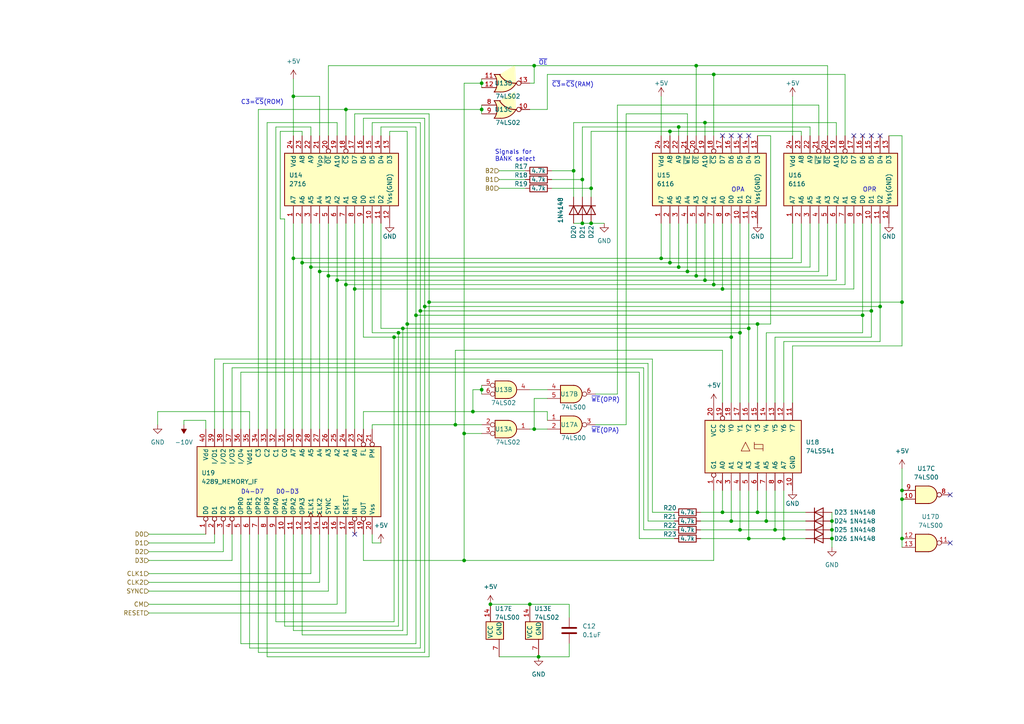
<source format=kicad_sch>
(kicad_sch (version 20211123) (generator eeschema)
  (paper "A4")
  (lib_symbols
    (symbol "000_MyLibrary:2716"
      (property "Reference" "U" (at -6.35 24.13 0))
      (property "Value" "2716" (at 2.54 24.13 0))
      (symbol "2716_1_1"
        (pin input line (at -12.7 20.32 0) (length 5.08) (name "A7") (number "1"))
        (pin tri_state line (at -12.7 -2.54 0) (length 5.08) (name "D1") (number "10"))
        (pin tri_state line (at -12.7 -5.08 0) (length 5.08) (name "D2") (number "11"))
        (pin power_in line (at -12.7 -7.62 0) (length 5.08) (name "Vss(GND)") (number "12"))
        (pin tri_state line (at 12.7 -7.62 180) (length 5.08) (name "D3") (number "13"))
        (pin tri_state line (at 12.7 -5.08 180) (length 5.08) (name "D4") (number "14"))
        (pin tri_state line (at 12.7 -2.54 180) (length 5.08) (name "D5") (number "15"))
        (pin tri_state line (at 12.7 0 180) (length 5.08) (name "D6") (number "16"))
        (pin tri_state line (at 12.7 2.54 180) (length 5.08) (name "D7") (number "17"))
        (pin input inverted (at 12.7 5.08 180) (length 5.08) (name "~{CS}") (number "18"))
        (pin input line (at 12.7 7.62 180) (length 5.08) (name "A10") (number "19"))
        (pin input line (at -12.7 17.78 0) (length 5.08) (name "A6") (number "2"))
        (pin input inverted (at 12.7 10.16 180) (length 5.08) (name "~{OE}") (number "20"))
        (pin power_in line (at 12.7 12.7 180) (length 5.08) (name "Vpp") (number "21"))
        (pin input line (at 12.7 15.24 180) (length 5.08) (name "A9") (number "22"))
        (pin input line (at 12.7 17.78 180) (length 5.08) (name "A8") (number "23"))
        (pin power_in line (at 12.7 20.32 180) (length 5.08) (name "Vdd") (number "24"))
        (pin input line (at -12.7 15.24 0) (length 5.08) (name "A5") (number "3"))
        (pin input line (at -12.7 12.7 0) (length 5.08) (name "A4") (number "4"))
        (pin input line (at -12.7 10.16 0) (length 5.08) (name "A3") (number "5"))
        (pin input line (at -12.7 7.62 0) (length 5.08) (name "A2") (number "6"))
        (pin input line (at -12.7 5.08 0) (length 5.08) (name "A1") (number "7"))
        (pin input line (at -12.7 2.54 0) (length 5.08) (name "A0") (number "8"))
        (pin tri_state line (at -12.7 0 0) (length 5.08) (name "D0") (number "9"))
      )
    )
    (symbol "000_MyLibrary:4289_MEMORY_IF"
      (property "Reference" "U" (at -7.62 30.48 0))
      (property "Value" "4289_MEMORY_IF" (at 7.62 27.94 0))
      (symbol "4289_MEMORY_IF_1_1"
        (pin bidirectional inverted (at -15.24 24.13 0) (length 5.08) (name "D0") (number "1"))
        (pin input line (at -15.24 1.27 0) (length 5.08) (name "OPA1") (number "10"))
        (pin input line (at -15.24 -1.27 0) (length 5.08) (name "OPA2") (number "11"))
        (pin input line (at -15.24 -3.81 0) (length 5.08) (name "OPA3") (number "12"))
        (pin input clock (at -15.24 -6.35 0) (length 5.08) (name "CLK1") (number "13"))
        (pin input clock (at -15.24 -8.89 0) (length 5.08) (name "CLK2") (number "14"))
        (pin input line (at -15.24 -11.43 0) (length 5.08) (name "SYNC") (number "15"))
        (pin input line (at -15.24 -13.97 0) (length 5.08) (name "CM") (number "16"))
        (pin input line (at -15.24 -16.51 0) (length 5.08) (name "RESET") (number "17"))
        (pin output inverted (at -15.24 -19.05 0) (length 5.08) (name "IN") (number "18"))
        (pin output inverted (at -15.24 -21.59 0) (length 5.08) (name "OUT") (number "19"))
        (pin bidirectional inverted (at -15.24 21.59 0) (length 5.08) (name "D1") (number "2"))
        (pin power_in line (at -15.24 -24.13 0) (length 5.08) (name "Vss") (number "20"))
        (pin output inverted (at 15.24 -24.13 180) (length 5.08) (name "PM") (number "21"))
        (pin output inverted (at 15.24 -21.59 180) (length 5.08) (name "FL") (number "22"))
        (pin output line (at 15.24 -19.05 180) (length 5.08) (name "A0") (number "23"))
        (pin output line (at 15.24 -16.51 180) (length 5.08) (name "A1") (number "24"))
        (pin output line (at 15.24 -13.97 180) (length 5.08) (name "A2") (number "25"))
        (pin output line (at 15.24 -11.43 180) (length 5.08) (name "A3") (number "26"))
        (pin output line (at 15.24 -8.89 180) (length 5.08) (name "A4") (number "27"))
        (pin output line (at 15.24 -6.35 180) (length 5.08) (name "A5") (number "28"))
        (pin output line (at 15.24 -3.81 180) (length 5.08) (name "A6") (number "29"))
        (pin bidirectional inverted (at -15.24 19.05 0) (length 5.08) (name "D2") (number "3"))
        (pin output line (at 15.24 -1.27 180) (length 5.08) (name "A7") (number "30"))
        (pin output line (at 15.24 1.27 180) (length 5.08) (name "C0") (number "31"))
        (pin output line (at 15.24 3.81 180) (length 5.08) (name "C1") (number "32"))
        (pin output line (at 15.24 6.35 180) (length 5.08) (name "C2") (number "33"))
        (pin output line (at 15.24 8.89 180) (length 5.08) (name "C3") (number "34"))
        (pin power_in line (at 15.24 11.43 180) (length 5.08) (name "Vdd1") (number "35"))
        (pin bidirectional line (at 15.24 13.97 180) (length 5.08) (name "I/O4") (number "36"))
        (pin bidirectional line (at 15.24 16.51 180) (length 5.08) (name "I/O3") (number "37"))
        (pin bidirectional line (at 15.24 19.05 180) (length 5.08) (name "I/O2") (number "38"))
        (pin bidirectional line (at 15.24 21.59 180) (length 5.08) (name "I/O1") (number "39"))
        (pin bidirectional inverted (at -15.24 16.51 0) (length 5.08) (name "D3") (number "4"))
        (pin power_in line (at 15.24 24.13 180) (length 5.08) (name "Vdd") (number "40"))
        (pin input line (at -15.24 13.97 0) (length 5.08) (name "OPR0") (number "5"))
        (pin input line (at -15.24 11.43 0) (length 5.08) (name "OPR1") (number "6"))
        (pin input line (at -15.24 8.89 0) (length 5.08) (name "OPR2") (number "7"))
        (pin input line (at -15.24 6.35 0) (length 5.08) (name "OPR3") (number "8"))
        (pin input line (at -15.24 3.81 0) (length 5.08) (name "OPA0") (number "9"))
      )
    )
    (symbol "000_MyLibrary:6116"
      (property "Reference" "U" (at -6.35 24.13 0))
      (property "Value" "6116" (at 2.54 24.13 0))
      (symbol "6116_1_1"
        (pin input line (at -12.7 20.32 0) (length 5.08) (name "A7") (number "1"))
        (pin tri_state line (at -12.7 -2.54 0) (length 5.08) (name "D1") (number "10"))
        (pin tri_state line (at -12.7 -5.08 0) (length 5.08) (name "D2") (number "11"))
        (pin power_in line (at -12.7 -7.62 0) (length 5.08) (name "Vss(GND)") (number "12"))
        (pin tri_state line (at 12.7 -7.62 180) (length 5.08) (name "D3") (number "13"))
        (pin tri_state line (at 12.7 -5.08 180) (length 5.08) (name "D4") (number "14"))
        (pin tri_state line (at 12.7 -2.54 180) (length 5.08) (name "D5") (number "15"))
        (pin tri_state line (at 12.7 0 180) (length 5.08) (name "D6") (number "16"))
        (pin tri_state line (at 12.7 2.54 180) (length 5.08) (name "D7") (number "17"))
        (pin input inverted (at 12.7 5.08 180) (length 5.08) (name "~{CS}") (number "18"))
        (pin input line (at 12.7 7.62 180) (length 5.08) (name "A10") (number "19"))
        (pin input line (at -12.7 17.78 0) (length 5.08) (name "A6") (number "2"))
        (pin input inverted (at 12.7 10.16 180) (length 5.08) (name "~{OE}") (number "20"))
        (pin input inverted (at 12.7 12.7 180) (length 5.08) (name "~{WE}") (number "21"))
        (pin input line (at 12.7 15.24 180) (length 5.08) (name "A9") (number "22"))
        (pin input line (at 12.7 17.78 180) (length 5.08) (name "A8") (number "23"))
        (pin power_in line (at 12.7 20.32 180) (length 5.08) (name "Vdd") (number "24"))
        (pin input line (at -12.7 15.24 0) (length 5.08) (name "A5") (number "3"))
        (pin input line (at -12.7 12.7 0) (length 5.08) (name "A4") (number "4"))
        (pin input line (at -12.7 10.16 0) (length 5.08) (name "A3") (number "5"))
        (pin input line (at -12.7 7.62 0) (length 5.08) (name "A2") (number "6"))
        (pin input line (at -12.7 5.08 0) (length 5.08) (name "A1") (number "7"))
        (pin input line (at -12.7 2.54 0) (length 5.08) (name "A0") (number "8"))
        (pin tri_state line (at -12.7 0 0) (length 5.08) (name "D0") (number "9"))
      )
    )
    (symbol "000_MyLibrary:74LS00" (pin_names (offset 1.016))
      (property "Reference" "U" (at -1.27 6.35 0))
      (property "Value" "74LS00" (at 1.27 3.81 0))
      (symbol "74LS00_1_1"
        (pin input line (at -7.62 1.27 0) (length 3.81) (name "~") (number "1"))
        (pin input line (at -7.62 -1.27 0) (length 3.81) (name "~") (number "2"))
        (pin output inverted (at 6.35 0 180) (length 3.81) (name "~") (number "3"))
      )
      (symbol "74LS00_1_2"
        (pin input inverted (at -7.62 1.27 0) (length 4.318) (name "~") (number "1"))
        (pin input inverted (at -7.62 -1.27 0) (length 4.318) (name "~") (number "2"))
        (pin output line (at 6.35 0 180) (length 3.81) (name "~") (number "3"))
      )
      (symbol "74LS00_2_1"
        (pin input line (at -7.62 1.27 0) (length 3.81) (name "~") (number "4"))
        (pin input line (at -7.62 -1.27 0) (length 3.81) (name "~") (number "5"))
        (pin output inverted (at 6.35 0 180) (length 3.81) (name "~") (number "6"))
      )
      (symbol "74LS00_2_2"
        (pin input inverted (at -7.62 1.27 0) (length 4.318) (name "~") (number "4"))
        (pin input inverted (at -7.62 -1.27 0) (length 4.318) (name "~") (number "5"))
        (pin output line (at 6.35 0 180) (length 3.81) (name "~") (number "6"))
      )
      (symbol "74LS00_3_1"
        (pin input line (at -7.62 -1.27 0) (length 3.81) (name "~") (number "10"))
        (pin output inverted (at 6.35 0 180) (length 3.81) (name "~") (number "8"))
        (pin input line (at -7.62 1.27 0) (length 3.81) (name "~") (number "9"))
      )
      (symbol "74LS00_3_2"
        (pin input inverted (at -7.62 -1.27 0) (length 4.318) (name "~") (number "10"))
        (pin output line (at 6.35 0 180) (length 3.81) (name "~") (number "8"))
        (pin input inverted (at -7.62 1.27 0) (length 4.318) (name "~") (number "9"))
      )
      (symbol "74LS00_4_1"
        (pin output inverted (at 6.35 0 180) (length 3.81) (name "~") (number "11"))
        (pin input line (at -7.62 1.27 0) (length 3.81) (name "~") (number "12"))
        (pin input line (at -7.62 -1.27 0) (length 3.81) (name "~") (number "13"))
      )
      (symbol "74LS00_4_2"
        (pin output line (at 6.35 0 180) (length 3.81) (name "~") (number "11"))
        (pin input inverted (at -7.62 1.27 0) (length 4.318) (name "~") (number "12"))
        (pin input inverted (at -7.62 -1.27 0) (length 4.318) (name "~") (number "13"))
      )
      (symbol "74LS00_5_0"
        (pin power_in line (at -1.27 7.62 270) (length 5.08) (name "VCC") (number "14"))
        (pin power_in line (at 1.27 -7.62 90) (length 5.08) (name "GND") (number "7"))
      )
    )
    (symbol "000_MyLibrary:74LS02" (pin_names (offset 1.016))
      (property "Reference" "U" (at 0 6.35 0))
      (property "Value" "74LS02" (at 2.54 3.81 0))
      (symbol "74LS02_1_1"
        (pin output inverted (at 6.35 0 180) (length 3.81) (name "~") (number "1"))
        (pin input line (at -7.62 1.27 0) (length 4.318) (name "~") (number "2"))
        (pin input line (at -7.62 -1.27 0) (length 4.318) (name "~") (number "3"))
      )
      (symbol "74LS02_1_2"
        (pin output line (at 6.35 0 180) (length 3.81) (name "~") (number "1"))
        (pin input inverted (at -7.62 1.27 0) (length 3.81) (name "~") (number "2"))
        (pin input inverted (at -7.62 -1.27 0) (length 3.81) (name "~") (number "3"))
      )
      (symbol "74LS02_2_1"
        (pin output inverted (at 6.35 0 180) (length 3.81) (name "~") (number "4"))
        (pin input line (at -7.62 1.27 0) (length 4.318) (name "~") (number "5"))
        (pin input line (at -7.62 -1.27 0) (length 4.318) (name "~") (number "6"))
      )
      (symbol "74LS02_2_2"
        (pin output line (at 6.35 0 180) (length 3.81) (name "~") (number "4"))
        (pin input inverted (at -7.62 1.27 0) (length 3.81) (name "~") (number "5"))
        (pin input inverted (at -7.62 -1.27 0) (length 3.81) (name "~") (number "6"))
      )
      (symbol "74LS02_3_1"
        (pin output inverted (at 6.35 0 180) (length 3.81) (name "~") (number "10"))
        (pin input line (at -7.62 1.27 0) (length 4.318) (name "~") (number "8"))
        (pin input line (at -7.62 -1.27 0) (length 4.318) (name "~") (number "9"))
      )
      (symbol "74LS02_3_2"
        (pin output line (at 6.35 0 180) (length 3.81) (name "~") (number "10"))
        (pin input inverted (at -7.62 1.27 0) (length 3.81) (name "~") (number "8"))
        (pin input inverted (at -7.62 -1.27 0) (length 3.81) (name "~") (number "9"))
      )
      (symbol "74LS02_4_1"
        (pin input line (at -7.62 1.27 0) (length 4.318) (name "~") (number "11"))
        (pin input line (at -7.62 -1.27 0) (length 4.318) (name "~") (number "12"))
        (pin output inverted (at 6.35 0 180) (length 3.81) (name "~") (number "13"))
      )
      (symbol "74LS02_4_2"
        (pin input inverted (at -7.62 1.27 0) (length 3.81) (name "~") (number "11"))
        (pin input inverted (at -7.62 -1.27 0) (length 3.81) (name "~") (number "12"))
        (pin output line (at 6.35 0 180) (length 3.81) (name "~") (number "13"))
      )
      (symbol "74LS02_5_0"
        (pin power_in line (at -1.27 7.62 270) (length 5.08) (name "VCC") (number "14"))
        (pin power_in line (at 1.27 -7.62 90) (length 5.08) (name "GND") (number "7"))
      )
    )
    (symbol "000_MyLibrary:74LS541" (pin_names (offset 1.016))
      (property "Reference" "U" (at -7.62 15.24 0))
      (property "Value" "74LS541" (at 3.81 15.24 0))
      (symbol "74LS541_1_0"
        (pin input inverted (at -12.7 11.43 0) (length 5.08) (name "G1") (number "1"))
        (pin power_in line (at -12.7 -11.43 0) (length 5.08) (name "GND") (number "10"))
        (pin tri_state line (at 12.7 -11.43 180) (length 5.08) (name "Y7") (number "11"))
        (pin tri_state line (at 12.7 -8.89 180) (length 5.08) (name "Y6") (number "12"))
        (pin tri_state line (at 12.7 -6.35 180) (length 5.08) (name "Y5") (number "13"))
        (pin tri_state line (at 12.7 -3.81 180) (length 5.08) (name "Y4") (number "14"))
        (pin tri_state line (at 12.7 -1.27 180) (length 5.08) (name "Y3") (number "15"))
        (pin tri_state line (at 12.7 1.27 180) (length 5.08) (name "Y2") (number "16"))
        (pin tri_state line (at 12.7 3.81 180) (length 5.08) (name "Y1") (number "17"))
        (pin tri_state line (at 12.7 6.35 180) (length 5.08) (name "Y0") (number "18"))
        (pin input inverted (at 12.7 8.89 180) (length 5.08) (name "G2") (number "19"))
        (pin input line (at -12.7 8.89 0) (length 5.08) (name "A0") (number "2"))
        (pin power_in line (at 12.7 11.43 180) (length 5.08) (name "VCC") (number "20"))
        (pin input line (at -12.7 6.35 0) (length 5.08) (name "A1") (number "3"))
        (pin input line (at -12.7 3.81 0) (length 5.08) (name "A2") (number "4"))
        (pin input line (at -12.7 1.27 0) (length 5.08) (name "A3") (number "5"))
        (pin input line (at -12.7 -1.27 0) (length 5.08) (name "A4") (number "6"))
        (pin input line (at -12.7 -3.81 0) (length 5.08) (name "A5") (number "7"))
        (pin input line (at -12.7 -6.35 0) (length 5.08) (name "A6") (number "8"))
        (pin input line (at -12.7 -8.89 0) (length 5.08) (name "A7") (number "9"))
      )
    )
    (symbol "000_MyLibrary:C" (pin_numbers hide) (pin_names (offset 0.254))
      (property "Reference" "C" (at 0.635 2.54 0))
      (property "Value" "C" (at 0.635 -2.54 0))
      (symbol "C_1_1"
        (pin passive line (at 0 3.81 270) (length 2.794) (name "~") (number "1"))
        (pin passive line (at 0 -3.81 90) (length 2.794) (name "~") (number "2"))
      )
    )
    (symbol "000_MyLibrary:R" (pin_numbers hide) (pin_names (offset 0))
      (property "Reference" "R" (at 2.032 0 90))
      (property "Value" "R" (at 0 0 90))
      (symbol "R_1_1"
        (pin passive line (at 0 3.81 270) (length 1.27) (name "~") (number "1"))
        (pin passive line (at 0 -3.81 90) (length 1.27) (name "~") (number "2"))
      )
    )
    (symbol "74LS00_1" (pin_names (offset 1.016))
      (property "Reference" "U" (at -1.27 6.35 0))
      (property "Value" "74LS00_1" (at 1.27 3.81 0))
      (symbol "74LS00_1_1_1"
        (pin input line (at -7.62 1.27 0) (length 3.81) (name "~") (number "1"))
        (pin input line (at -7.62 -1.27 0) (length 3.81) (name "~") (number "2"))
        (pin output inverted (at 6.35 0 180) (length 3.81) (name "~") (number "3"))
      )
      (symbol "74LS00_1_1_2"
        (pin input inverted (at -7.62 1.27 0) (length 4.318) (name "~") (number "1"))
        (pin input inverted (at -7.62 -1.27 0) (length 4.318) (name "~") (number "2"))
        (pin output line (at 6.35 0 180) (length 3.81) (name "~") (number "3"))
      )
      (symbol "74LS00_1_2_1"
        (pin input line (at -7.62 1.27 0) (length 3.81) (name "~") (number "4"))
        (pin input line (at -7.62 -1.27 0) (length 3.81) (name "~") (number "5"))
        (pin output inverted (at 6.35 0 180) (length 3.81) (name "~") (number "6"))
      )
      (symbol "74LS00_1_2_2"
        (pin input inverted (at -7.62 1.27 0) (length 4.318) (name "~") (number "4"))
        (pin input inverted (at -7.62 -1.27 0) (length 4.318) (name "~") (number "5"))
        (pin output line (at 6.35 0 180) (length 3.81) (name "~") (number "6"))
      )
      (symbol "74LS00_1_3_1"
        (pin input line (at -7.62 -1.27 0) (length 3.81) (name "~") (number "10"))
        (pin output inverted (at 6.35 0 180) (length 3.81) (name "~") (number "8"))
        (pin input line (at -7.62 1.27 0) (length 3.81) (name "~") (number "9"))
      )
      (symbol "74LS00_1_3_2"
        (pin input inverted (at -7.62 -1.27 0) (length 4.318) (name "~") (number "10"))
        (pin output line (at 6.35 0 180) (length 3.81) (name "~") (number "8"))
        (pin input inverted (at -7.62 1.27 0) (length 4.318) (name "~") (number "9"))
      )
      (symbol "74LS00_1_4_1"
        (pin output inverted (at 6.35 0 180) (length 3.81) (name "~") (number "11"))
        (pin input line (at -7.62 1.27 0) (length 3.81) (name "~") (number "12"))
        (pin input line (at -7.62 -1.27 0) (length 3.81) (name "~") (number "13"))
      )
      (symbol "74LS00_1_4_2"
        (pin output line (at 6.35 0 180) (length 3.81) (name "~") (number "11"))
        (pin input inverted (at -7.62 1.27 0) (length 4.318) (name "~") (number "12"))
        (pin input inverted (at -7.62 -1.27 0) (length 4.318) (name "~") (number "13"))
      )
      (symbol "74LS00_1_5_0"
        (pin power_in line (at -1.27 7.62 270) (length 5.08) (name "VCC") (number "14"))
        (pin power_in line (at 1.27 -7.62 90) (length 5.08) (name "GND") (number "7"))
      )
    )
    (symbol "74LS00_2" (pin_names (offset 1.016))
      (property "Reference" "U" (at -1.27 6.35 0))
      (property "Value" "74LS00_2" (at 1.27 3.81 0))
      (symbol "74LS00_2_1_1"
        (pin input line (at -7.62 1.27 0) (length 3.81) (name "~") (number "1"))
        (pin input line (at -7.62 -1.27 0) (length 3.81) (name "~") (number "2"))
        (pin output inverted (at 6.35 0 180) (length 3.81) (name "~") (number "3"))
      )
      (symbol "74LS00_2_1_2"
        (pin input inverted (at -7.62 1.27 0) (length 4.318) (name "~") (number "1"))
        (pin input inverted (at -7.62 -1.27 0) (length 4.318) (name "~") (number "2"))
        (pin output line (at 6.35 0 180) (length 3.81) (name "~") (number "3"))
      )
      (symbol "74LS00_2_2_1"
        (pin input line (at -7.62 1.27 0) (length 3.81) (name "~") (number "4"))
        (pin input line (at -7.62 -1.27 0) (length 3.81) (name "~") (number "5"))
        (pin output inverted (at 6.35 0 180) (length 3.81) (name "~") (number "6"))
      )
      (symbol "74LS00_2_2_2"
        (pin input inverted (at -7.62 1.27 0) (length 4.318) (name "~") (number "4"))
        (pin input inverted (at -7.62 -1.27 0) (length 4.318) (name "~") (number "5"))
        (pin output line (at 6.35 0 180) (length 3.81) (name "~") (number "6"))
      )
      (symbol "74LS00_2_3_1"
        (pin input line (at -7.62 -1.27 0) (length 3.81) (name "~") (number "10"))
        (pin output inverted (at 6.35 0 180) (length 3.81) (name "~") (number "8"))
        (pin input line (at -7.62 1.27 0) (length 3.81) (name "~") (number "9"))
      )
      (symbol "74LS00_2_3_2"
        (pin input inverted (at -7.62 -1.27 0) (length 4.318) (name "~") (number "10"))
        (pin output line (at 6.35 0 180) (length 3.81) (name "~") (number "8"))
        (pin input inverted (at -7.62 1.27 0) (length 4.318) (name "~") (number "9"))
      )
      (symbol "74LS00_2_4_1"
        (pin output inverted (at 6.35 0 180) (length 3.81) (name "~") (number "11"))
        (pin input line (at -7.62 1.27 0) (length 3.81) (name "~") (number "12"))
        (pin input line (at -7.62 -1.27 0) (length 3.81) (name "~") (number "13"))
      )
      (symbol "74LS00_2_4_2"
        (pin output line (at 6.35 0 180) (length 3.81) (name "~") (number "11"))
        (pin input inverted (at -7.62 1.27 0) (length 4.318) (name "~") (number "12"))
        (pin input inverted (at -7.62 -1.27 0) (length 4.318) (name "~") (number "13"))
      )
      (symbol "74LS00_2_5_0"
        (pin power_in line (at -1.27 7.62 270) (length 5.08) (name "VCC") (number "14"))
        (pin power_in line (at 1.27 -7.62 90) (length 5.08) (name "GND") (number "7"))
      )
    )
    (symbol "74LS00_3" (pin_names (offset 1.016))
      (property "Reference" "U" (at -1.27 6.35 0))
      (property "Value" "74LS00_3" (at 1.27 3.81 0))
      (symbol "74LS00_3_1_1"
        (pin input line (at -7.62 1.27 0) (length 3.81) (name "~") (number "1"))
        (pin input line (at -7.62 -1.27 0) (length 3.81) (name "~") (number "2"))
        (pin output inverted (at 6.35 0 180) (length 3.81) (name "~") (number "3"))
      )
      (symbol "74LS00_3_1_2"
        (pin input inverted (at -7.62 1.27 0) (length 4.318) (name "~") (number "1"))
        (pin input inverted (at -7.62 -1.27 0) (length 4.318) (name "~") (number "2"))
        (pin output line (at 6.35 0 180) (length 3.81) (name "~") (number "3"))
      )
      (symbol "74LS00_3_2_1"
        (pin input line (at -7.62 1.27 0) (length 3.81) (name "~") (number "4"))
        (pin input line (at -7.62 -1.27 0) (length 3.81) (name "~") (number "5"))
        (pin output inverted (at 6.35 0 180) (length 3.81) (name "~") (number "6"))
      )
      (symbol "74LS00_3_2_2"
        (pin input inverted (at -7.62 1.27 0) (length 4.318) (name "~") (number "4"))
        (pin input inverted (at -7.62 -1.27 0) (length 4.318) (name "~") (number "5"))
        (pin output line (at 6.35 0 180) (length 3.81) (name "~") (number "6"))
      )
      (symbol "74LS00_3_3_1"
        (pin input line (at -7.62 -1.27 0) (length 3.81) (name "~") (number "10"))
        (pin output inverted (at 6.35 0 180) (length 3.81) (name "~") (number "8"))
        (pin input line (at -7.62 1.27 0) (length 3.81) (name "~") (number "9"))
      )
      (symbol "74LS00_3_3_2"
        (pin input inverted (at -7.62 -1.27 0) (length 4.318) (name "~") (number "10"))
        (pin output line (at 6.35 0 180) (length 3.81) (name "~") (number "8"))
        (pin input inverted (at -7.62 1.27 0) (length 4.318) (name "~") (number "9"))
      )
      (symbol "74LS00_3_4_1"
        (pin output inverted (at 6.35 0 180) (length 3.81) (name "~") (number "11"))
        (pin input line (at -7.62 1.27 0) (length 3.81) (name "~") (number "12"))
        (pin input line (at -7.62 -1.27 0) (length 3.81) (name "~") (number "13"))
      )
      (symbol "74LS00_3_4_2"
        (pin output line (at 6.35 0 180) (length 3.81) (name "~") (number "11"))
        (pin input inverted (at -7.62 1.27 0) (length 4.318) (name "~") (number "12"))
        (pin input inverted (at -7.62 -1.27 0) (length 4.318) (name "~") (number "13"))
      )
      (symbol "74LS00_3_5_0"
        (pin power_in line (at -1.27 7.62 270) (length 5.08) (name "VCC") (number "14"))
        (pin power_in line (at 1.27 -7.62 90) (length 5.08) (name "GND") (number "7"))
      )
    )
    (symbol "74LS00_4" (pin_names (offset 1.016))
      (property "Reference" "U" (at -1.27 6.35 0))
      (property "Value" "74LS00_4" (at 1.27 3.81 0))
      (symbol "74LS00_4_1_1"
        (pin input line (at -7.62 1.27 0) (length 3.81) (name "~") (number "1"))
        (pin input line (at -7.62 -1.27 0) (length 3.81) (name "~") (number "2"))
        (pin output inverted (at 6.35 0 180) (length 3.81) (name "~") (number "3"))
      )
      (symbol "74LS00_4_1_2"
        (pin input inverted (at -7.62 1.27 0) (length 4.318) (name "~") (number "1"))
        (pin input inverted (at -7.62 -1.27 0) (length 4.318) (name "~") (number "2"))
        (pin output line (at 6.35 0 180) (length 3.81) (name "~") (number "3"))
      )
      (symbol "74LS00_4_2_1"
        (pin input line (at -7.62 1.27 0) (length 3.81) (name "~") (number "4"))
        (pin input line (at -7.62 -1.27 0) (length 3.81) (name "~") (number "5"))
        (pin output inverted (at 6.35 0 180) (length 3.81) (name "~") (number "6"))
      )
      (symbol "74LS00_4_2_2"
        (pin input inverted (at -7.62 1.27 0) (length 4.318) (name "~") (number "4"))
        (pin input inverted (at -7.62 -1.27 0) (length 4.318) (name "~") (number "5"))
        (pin output line (at 6.35 0 180) (length 3.81) (name "~") (number "6"))
      )
      (symbol "74LS00_4_3_1"
        (pin input line (at -7.62 -1.27 0) (length 3.81) (name "~") (number "10"))
        (pin output inverted (at 6.35 0 180) (length 3.81) (name "~") (number "8"))
        (pin input line (at -7.62 1.27 0) (length 3.81) (name "~") (number "9"))
      )
      (symbol "74LS00_4_3_2"
        (pin input inverted (at -7.62 -1.27 0) (length 4.318) (name "~") (number "10"))
        (pin output line (at 6.35 0 180) (length 3.81) (name "~") (number "8"))
        (pin input inverted (at -7.62 1.27 0) (length 4.318) (name "~") (number "9"))
      )
      (symbol "74LS00_4_4_1"
        (pin output inverted (at 6.35 0 180) (length 3.81) (name "~") (number "11"))
        (pin input line (at -7.62 1.27 0) (length 3.81) (name "~") (number "12"))
        (pin input line (at -7.62 -1.27 0) (length 3.81) (name "~") (number "13"))
      )
      (symbol "74LS00_4_4_2"
        (pin output line (at 6.35 0 180) (length 3.81) (name "~") (number "11"))
        (pin input inverted (at -7.62 1.27 0) (length 4.318) (name "~") (number "12"))
        (pin input inverted (at -7.62 -1.27 0) (length 4.318) (name "~") (number "13"))
      )
      (symbol "74LS00_4_5_0"
        (pin power_in line (at -1.27 7.62 270) (length 5.08) (name "VCC") (number "14"))
        (pin power_in line (at 1.27 -7.62 90) (length 5.08) (name "GND") (number "7"))
      )
    )
    (symbol "Diode:1N4148" (pin_numbers hide) (pin_names hide)
      (property "Reference" "D" (at 0 2.54 0))
      (property "Value" "1N4148" (at 0 -2.54 0))
      (symbol "1N4148_1_1"
        (pin passive line (at -3.81 0 0) (length 2.54) (name "K") (number "1"))
        (pin passive line (at 3.81 0 180) (length 2.54) (name "A") (number "2"))
      )
    )
    (symbol "power:+5V" (power) (pin_names (offset 0))
      (property "Value" "+5V" (at 0 3.556 0))
      (symbol "+5V_1_1"
        (pin power_in line (at 0 0 90) (length 0) hide (name "+5V") (number "1"))
      )
    )
    (symbol "power:-10V" (power) (pin_names (offset 0))
      (property "Value" "-10V" (at 0 3.81 0))
      (symbol "-10V_0_0"
        (pin power_in line (at 0 0 90) (length 0) hide (name "-10V") (number "1"))
      )
    )
    (symbol "power:GND" (power) (pin_names (offset 0))
      (property "Value" "GND" (at 0 -3.81 0))
      (symbol "GND_1_1"
        (pin power_in line (at 0 0 270) (length 0) hide (name "GND") (number "1"))
      )
    )
  )
  (junction (at 85.09 74.93))
  (junction (at 124.46 87.63))
  (junction (at 196.85 77.47))
  (junction (at 139.7 31.75))
  (junction (at 142.24 175.26))
  (junction (at 241.3 151.13))
  (junction (at 261.62 142.24))
  (junction (at 217.17 156.21))
  (junction (at 212.09 97.79))
  (junction (at 132.08 123.19))
  (junction (at 154.94 124.46))
  (junction (at 214.63 96.52))
  (junction (at 217.17 95.25))
  (junction (at 97.79 81.28))
  (junction (at 261.62 156.21))
  (junction (at 115.57 96.52))
  (junction (at 196.85 36.83))
  (junction (at 214.63 153.67))
  (junction (at 90.17 77.47))
  (junction (at 241.3 153.67))
  (junction (at 100.33 82.55))
  (junction (at 95.25 80.01))
  (junction (at 194.31 38.1))
  (junction (at 137.16 119.38))
  (junction (at 120.65 91.44))
  (junction (at 201.93 80.01))
  (junction (at 191.77 74.93))
  (junction (at 139.7 113.03))
  (junction (at 201.93 19.05))
  (junction (at 241.3 156.21))
  (junction (at 114.3 97.79))
  (junction (at 219.71 93.98))
  (junction (at 261.62 87.63))
  (junction (at 209.55 83.82))
  (junction (at 255.27 88.9))
  (junction (at 118.11 93.98))
  (junction (at 252.73 90.17))
  (junction (at 87.63 76.2))
  (junction (at 121.92 90.17))
  (junction (at 168.91 52.07))
  (junction (at 134.62 162.56))
  (junction (at 139.7 24.13))
  (junction (at 134.62 125.73))
  (junction (at 123.19 88.9))
  (junction (at 171.45 54.61))
  (junction (at 156.21 190.5))
  (junction (at 116.84 95.25))
  (junction (at 154.94 19.05))
  (junction (at 153.67 175.26))
  (junction (at 194.31 76.2))
  (junction (at 92.71 78.74))
  (junction (at 261.62 144.78))
  (junction (at 250.19 91.44))
  (junction (at 85.09 27.94))
  (junction (at 212.09 151.13))
  (junction (at 207.01 21.59))
  (junction (at 204.47 35.56))
  (junction (at 209.55 148.59))
  (junction (at 168.91 64.77))
  (junction (at 166.37 49.53))
  (junction (at 100.33 31.75))
  (junction (at 222.25 151.13))
  (junction (at 204.47 81.28))
  (junction (at 224.79 153.67))
  (junction (at 102.87 83.82))
  (junction (at 207.01 82.55))
  (junction (at 219.71 148.59))
  (junction (at 199.39 78.74))
  (junction (at 171.45 64.77))
  (junction (at 227.33 156.21))
  (no_connect (at 255.27 39.37))
  (no_connect (at 102.87 154.94))
  (no_connect (at 217.17 39.37))
  (no_connect (at 252.73 39.37))
  (no_connect (at 275.59 157.48))
  (no_connect (at 247.65 39.37))
  (no_connect (at 250.19 39.37))
  (no_connect (at 209.55 39.37))
  (no_connect (at 214.63 39.37))
  (no_connect (at 275.59 143.51))
  (no_connect (at 212.09 39.37))
  (wire (pts (xy 102.87 83.82) (xy 102.87 124.46)))
  (wire (pts (xy 212.09 142.24) (xy 212.09 151.13)))
  (wire (pts (xy 247.65 64.77) (xy 247.65 83.82)))
  (wire (pts (xy 222.25 142.24) (xy 222.25 151.13)))
  (wire (pts (xy 107.95 35.56) (xy 121.92 35.56)))
  (wire (pts (xy 120.65 91.44) (xy 250.19 91.44)))
  (wire (pts (xy 158.75 31.75) (xy 158.75 21.59)))
  (wire (pts (xy 158.75 115.57) (xy 154.94 115.57)))
  (wire (pts (xy 144.78 54.61) (xy 152.4 54.61)))
  (wire (pts (xy 81.28 63.5) (xy 82.55 63.5)))
  (wire (pts (xy 237.49 78.74) (xy 199.39 78.74)))
  (wire (pts (xy 116.84 95.25) (xy 217.17 95.25)))
  (wire (pts (xy 261.62 156.21) (xy 261.62 158.75)))
  (wire (pts (xy 186.69 153.67) (xy 195.58 153.67)))
  (wire (pts (xy 201.93 80.01) (xy 95.25 80.01)))
  (wire (pts (xy 209.55 101.6) (xy 132.08 101.6)))
  (wire (pts (xy 199.39 64.77) (xy 199.39 78.74)))
  (wire (pts (xy 124.46 87.63) (xy 261.62 87.63)))
  (wire (pts (xy 87.63 184.15) (xy 118.11 184.15)))
  (wire (pts (xy 116.84 95.25) (xy 116.84 182.88)))
  (wire (pts (xy 166.37 35.56) (xy 204.47 35.56)))
  (wire (pts (xy 80.01 154.94) (xy 80.01 180.34)))
  (wire (pts (xy 87.63 38.1) (xy 87.63 39.37)))
  (wire (pts (xy 80.01 180.34) (xy 114.3 180.34)))
  (wire (pts (xy 181.61 123.19) (xy 181.61 33.02)))
  (wire (pts (xy 144.78 190.5) (xy 156.21 190.5)))
  (wire (pts (xy 224.79 97.79) (xy 224.79 116.84)))
  (wire (pts (xy 110.49 95.25) (xy 116.84 95.25)))
  (wire (pts (xy 82.55 181.61) (xy 115.57 181.61)))
  (wire (pts (xy 242.57 81.28) (xy 204.47 81.28)))
  (wire (pts (xy 105.41 34.29) (xy 123.19 34.29)))
  (wire (pts (xy 199.39 78.74) (xy 92.71 78.74)))
  (wire (pts (xy 77.47 35.56) (xy 97.79 35.56)))
  (wire (pts (xy 234.95 77.47) (xy 196.85 77.47)))
  (wire (pts (xy 153.67 124.46) (xy 154.94 124.46)))
  (wire (pts (xy 214.63 96.52) (xy 214.63 116.84)))
  (wire (pts (xy 123.19 34.29) (xy 123.19 88.9)))
  (wire (pts (xy 189.23 104.14) (xy 189.23 148.59)))
  (wire (pts (xy 156.21 190.5) (xy 165.1 190.5)))
  (wire (pts (xy 87.63 38.1) (xy 81.28 38.1)))
  (wire (pts (xy 67.31 106.68) (xy 186.69 106.68)))
  (wire (pts (xy 154.94 24.13) (xy 153.67 24.13)))
  (wire (pts (xy 123.19 189.23) (xy 74.93 189.23)))
  (wire (pts (xy 168.91 36.83) (xy 196.85 36.83)))
  (wire (pts (xy 166.37 64.77) (xy 168.91 64.77)))
  (wire (pts (xy 234.95 36.83) (xy 196.85 36.83)))
  (wire (pts (xy 62.23 104.14) (xy 62.23 124.46)))
  (wire (pts (xy 142.24 175.26) (xy 153.67 175.26)))
  (wire (pts (xy 100.33 31.75) (xy 100.33 39.37)))
  (wire (pts (xy 185.42 156.21) (xy 195.58 156.21)))
  (wire (pts (xy 72.39 154.94) (xy 72.39 187.96)))
  (wire (pts (xy 194.31 38.1) (xy 194.31 39.37)))
  (wire (pts (xy 69.85 107.95) (xy 69.85 124.46)))
  (wire (pts (xy 100.33 31.75) (xy 139.7 31.75)))
  (wire (pts (xy 105.41 119.38) (xy 137.16 119.38)))
  (wire (pts (xy 134.62 24.13) (xy 139.7 24.13)))
  (wire (pts (xy 241.3 153.67) (xy 241.3 156.21)))
  (wire (pts (xy 90.17 64.77) (xy 90.17 77.47)))
  (wire (pts (xy 139.7 31.75) (xy 139.7 33.02)))
  (wire (pts (xy 171.45 38.1) (xy 171.45 54.61)))
  (wire (pts (xy 69.85 107.95) (xy 185.42 107.95)))
  (wire (pts (xy 252.73 64.77) (xy 252.73 90.17)))
  (wire (pts (xy 72.39 187.96) (xy 121.92 187.96)))
  (wire (pts (xy 194.31 38.1) (xy 232.41 38.1)))
  (wire (pts (xy 43.18 166.37) (xy 90.17 166.37)))
  (wire (pts (xy 110.49 36.83) (xy 110.49 39.37)))
  (wire (pts (xy 203.2 148.59) (xy 209.55 148.59)))
  (wire (pts (xy 203.2 153.67) (xy 214.63 153.67)))
  (wire (pts (xy 115.57 96.52) (xy 214.63 96.52)))
  (wire (pts (xy 227.33 156.21) (xy 233.68 156.21)))
  (wire (pts (xy 124.46 87.63) (xy 124.46 190.5)))
  (wire (pts (xy 172.72 114.3) (xy 179.07 114.3)))
  (wire (pts (xy 172.72 123.19) (xy 181.61 123.19)))
  (wire (pts (xy 179.07 30.48) (xy 237.49 30.48)))
  (wire (pts (xy 43.18 157.48) (xy 62.23 157.48)))
  (wire (pts (xy 43.18 162.56) (xy 67.31 162.56)))
  (wire (pts (xy 69.85 186.69) (xy 120.65 186.69)))
  (wire (pts (xy 139.7 111.76) (xy 139.7 113.03)))
  (wire (pts (xy 95.25 19.05) (xy 154.94 19.05)))
  (wire (pts (xy 105.41 97.79) (xy 114.3 97.79)))
  (wire (pts (xy 165.1 179.07) (xy 165.1 175.26)))
  (wire (pts (xy 92.71 27.94) (xy 85.09 27.94)))
  (wire (pts (xy 219.71 93.98) (xy 219.71 116.84)))
  (wire (pts (xy 100.33 64.77) (xy 100.33 82.55)))
  (wire (pts (xy 134.62 24.13) (xy 134.62 125.73)))
  (wire (pts (xy 250.19 91.44) (xy 250.19 96.52)))
  (wire (pts (xy 144.78 52.07) (xy 152.4 52.07)))
  (wire (pts (xy 212.09 64.77) (xy 212.09 97.79)))
  (wire (pts (xy 160.02 49.53) (xy 166.37 49.53)))
  (wire (pts (xy 222.25 151.13) (xy 233.68 151.13)))
  (wire (pts (xy 171.45 38.1) (xy 194.31 38.1)))
  (wire (pts (xy 139.7 24.13) (xy 139.7 25.4)))
  (wire (pts (xy 203.2 156.21) (xy 217.17 156.21)))
  (wire (pts (xy 80.01 36.83) (xy 80.01 124.46)))
  (wire (pts (xy 110.49 36.83) (xy 120.65 36.83)))
  (wire (pts (xy 217.17 142.24) (xy 217.17 156.21)))
  (wire (pts (xy 217.17 64.77) (xy 217.17 95.25)))
  (wire (pts (xy 168.91 52.07) (xy 168.91 57.15)))
  (wire (pts (xy 105.41 162.56) (xy 134.62 162.56)))
  (wire (pts (xy 137.16 119.38) (xy 158.75 119.38)))
  (wire (pts (xy 245.11 64.77) (xy 245.11 82.55)))
  (wire (pts (xy 82.55 154.94) (xy 82.55 181.61)))
  (wire (pts (xy 72.39 124.46) (xy 72.39 119.38)))
  (wire (pts (xy 97.79 64.77) (xy 97.79 81.28)))
  (wire (pts (xy 134.62 125.73) (xy 139.7 125.73)))
  (wire (pts (xy 224.79 153.67) (xy 233.68 153.67)))
  (wire (pts (xy 153.67 31.75) (xy 158.75 31.75)))
  (wire (pts (xy 107.95 124.46) (xy 107.95 123.19)))
  (wire (pts (xy 160.02 54.61) (xy 171.45 54.61)))
  (wire (pts (xy 107.95 157.48) (xy 110.49 157.48)))
  (wire (pts (xy 219.71 148.59) (xy 233.68 148.59)))
  (wire (pts (xy 92.71 78.74) (xy 92.71 124.46)))
  (wire (pts (xy 229.87 100.33) (xy 261.62 100.33)))
  (wire (pts (xy 87.63 154.94) (xy 87.63 184.15)))
  (wire (pts (xy 232.41 38.1) (xy 232.41 39.37)))
  (wire (pts (xy 261.62 87.63) (xy 261.62 39.37)))
  (wire (pts (xy 107.95 35.56) (xy 107.95 39.37)))
  (wire (pts (xy 121.92 90.17) (xy 252.73 90.17)))
  (wire (pts (xy 166.37 35.56) (xy 166.37 49.53)))
  (wire (pts (xy 207.01 21.59) (xy 207.01 39.37)))
  (wire (pts (xy 255.27 64.77) (xy 255.27 88.9)))
  (wire (pts (xy 82.55 63.5) (xy 82.55 124.46)))
  (wire (pts (xy 240.03 19.05) (xy 240.03 39.37)))
  (wire (pts (xy 110.49 64.77) (xy 110.49 95.25)))
  (wire (pts (xy 237.49 64.77) (xy 237.49 78.74)))
  (wire (pts (xy 227.33 156.21) (xy 217.17 156.21)))
  (wire (pts (xy 80.01 36.83) (xy 90.17 36.83)))
  (wire (pts (xy 90.17 77.47) (xy 90.17 124.46)))
  (wire (pts (xy 223.52 39.37) (xy 223.52 93.98)))
  (wire (pts (xy 229.87 74.93) (xy 191.77 74.93)))
  (wire (pts (xy 90.17 36.83) (xy 90.17 39.37)))
  (wire (pts (xy 229.87 64.77) (xy 229.87 74.93)))
  (wire (pts (xy 107.95 64.77) (xy 107.95 96.52)))
  (wire (pts (xy 102.87 33.02) (xy 102.87 39.37)))
  (wire (pts (xy 85.09 74.93) (xy 85.09 124.46)))
  (wire (pts (xy 237.49 30.48) (xy 237.49 39.37)))
  (wire (pts (xy 92.71 39.37) (xy 92.71 27.94)))
  (wire (pts (xy 53.34 121.92) (xy 59.69 121.92)))
  (wire (pts (xy 209.55 101.6) (xy 209.55 116.84)))
  (wire (pts (xy 85.09 22.86) (xy 85.09 27.94)))
  (wire (pts (xy 219.71 142.24) (xy 219.71 148.59)))
  (wire (pts (xy 124.46 33.02) (xy 102.87 33.02)))
  (wire (pts (xy 204.47 81.28) (xy 97.79 81.28)))
  (wire (pts (xy 43.18 171.45) (xy 95.25 171.45)))
  (wire (pts (xy 74.93 31.75) (xy 74.93 124.46)))
  (wire (pts (xy 97.79 35.56) (xy 97.79 39.37)))
  (wire (pts (xy 222.25 96.52) (xy 222.25 116.84)))
  (wire (pts (xy 158.75 119.38) (xy 158.75 121.92)))
  (wire (pts (xy 45.72 119.38) (xy 45.72 123.19)))
  (wire (pts (xy 59.69 121.92) (xy 59.69 124.46)))
  (wire (pts (xy 217.17 95.25) (xy 217.17 116.84)))
  (wire (pts (xy 115.57 96.52) (xy 115.57 181.61)))
  (wire (pts (xy 214.63 153.67) (xy 224.79 153.67)))
  (wire (pts (xy 87.63 76.2) (xy 87.63 124.46)))
  (wire (pts (xy 124.46 87.63) (xy 124.46 33.02)))
  (wire (pts (xy 132.08 101.6) (xy 132.08 123.19)))
  (wire (pts (xy 191.77 64.77) (xy 191.77 74.93)))
  (wire (pts (xy 81.28 38.1) (xy 81.28 63.5)))
  (wire (pts (xy 204.47 35.56) (xy 242.57 35.56)))
  (wire (pts (xy 232.41 64.77) (xy 232.41 76.2)))
  (wire (pts (xy 139.7 24.13) (xy 139.7 22.86)))
  (wire (pts (xy 247.65 83.82) (xy 209.55 83.82)))
  (wire (pts (xy 95.25 80.01) (xy 95.25 124.46)))
  (wire (pts (xy 191.77 27.94) (xy 191.77 39.37)))
  (wire (pts (xy 261.62 135.89) (xy 261.62 142.24)))
  (wire (pts (xy 240.03 80.01) (xy 201.93 80.01)))
  (wire (pts (xy 105.41 64.77) (xy 105.41 97.79)))
  (wire (pts (xy 90.17 166.37) (xy 90.17 154.94)))
  (wire (pts (xy 85.09 74.93) (xy 191.77 74.93)))
  (wire (pts (xy 232.41 76.2) (xy 194.31 76.2)))
  (wire (pts (xy 90.17 77.47) (xy 196.85 77.47)))
  (wire (pts (xy 241.3 156.21) (xy 241.3 158.75)))
  (wire (pts (xy 105.41 154.94) (xy 105.41 162.56)))
  (wire (pts (xy 53.34 121.92) (xy 53.34 123.19)))
  (wire (pts (xy 85.09 27.94) (xy 85.09 39.37)))
  (wire (pts (xy 171.45 64.77) (xy 175.26 64.77)))
  (wire (pts (xy 199.39 33.02) (xy 199.39 39.37)))
  (wire (pts (xy 158.75 21.59) (xy 207.01 21.59)))
  (wire (pts (xy 113.03 38.1) (xy 118.11 38.1)))
  (wire (pts (xy 196.85 36.83) (xy 196.85 39.37)))
  (wire (pts (xy 207.01 21.59) (xy 245.11 21.59)))
  (wire (pts (xy 95.25 19.05) (xy 95.25 39.37)))
  (wire (pts (xy 160.02 52.07) (xy 168.91 52.07)))
  (wire (pts (xy 97.79 81.28) (xy 97.79 124.46)))
  (wire (pts (xy 120.65 36.83) (xy 120.65 91.44)))
  (wire (pts (xy 153.67 113.03) (xy 158.75 113.03)))
  (wire (pts (xy 223.52 39.37) (xy 219.71 39.37)))
  (wire (pts (xy 85.09 64.77) (xy 85.09 74.93)))
  (wire (pts (xy 203.2 151.13) (xy 212.09 151.13)))
  (wire (pts (xy 102.87 64.77) (xy 102.87 83.82)))
  (wire (pts (xy 92.71 64.77) (xy 92.71 78.74)))
  (wire (pts (xy 74.93 154.94) (xy 74.93 189.23)))
  (wire (pts (xy 139.7 31.75) (xy 139.7 30.48)))
  (wire (pts (xy 227.33 99.06) (xy 227.33 116.84)))
  (wire (pts (xy 187.96 105.41) (xy 187.96 151.13)))
  (wire (pts (xy 209.55 142.24) (xy 209.55 148.59)))
  (wire (pts (xy 214.63 64.77) (xy 214.63 96.52)))
  (wire (pts (xy 207.01 64.77) (xy 207.01 82.55)))
  (wire (pts (xy 139.7 113.03) (xy 139.7 114.3)))
  (wire (pts (xy 64.77 105.41) (xy 187.96 105.41)))
  (wire (pts (xy 100.33 177.8) (xy 43.18 177.8)))
  (wire (pts (xy 241.3 153.67) (xy 241.3 151.13)))
  (wire (pts (xy 113.03 38.1) (xy 113.03 39.37)))
  (wire (pts (xy 87.63 64.77) (xy 87.63 76.2)))
  (wire (pts (xy 118.11 38.1) (xy 118.11 93.98)))
  (wire (pts (xy 201.93 19.05) (xy 201.93 39.37)))
  (wire (pts (xy 107.95 96.52) (xy 115.57 96.52)))
  (wire (pts (xy 207.01 162.56) (xy 207.01 142.24)))
  (wire (pts (xy 212.09 97.79) (xy 212.09 116.84)))
  (wire (pts (xy 64.77 160.02) (xy 64.77 154.94)))
  (wire (pts (xy 255.27 88.9) (xy 255.27 99.06)))
  (wire (pts (xy 43.18 168.91) (xy 92.71 168.91)))
  (wire (pts (xy 227.33 99.06) (xy 255.27 99.06)))
  (wire (pts (xy 212.09 151.13) (xy 222.25 151.13)))
  (wire (pts (xy 154.94 19.05) (xy 201.93 19.05)))
  (wire (pts (xy 207.01 82.55) (xy 100.33 82.55)))
  (wire (pts (xy 234.95 39.37) (xy 234.95 36.83)))
  (wire (pts (xy 137.16 113.03) (xy 137.16 119.38)))
  (wire (pts (xy 74.93 31.75) (xy 100.33 31.75)))
  (wire (pts (xy 224.79 97.79) (xy 252.73 97.79)))
  (wire (pts (xy 43.18 160.02) (xy 64.77 160.02)))
  (wire (pts (xy 121.92 35.56) (xy 121.92 90.17)))
  (wire (pts (xy 201.93 64.77) (xy 201.93 80.01)))
  (wire (pts (xy 121.92 90.17) (xy 121.92 187.96)))
  (wire (pts (xy 144.78 49.53) (xy 152.4 49.53)))
  (wire (pts (xy 250.19 64.77) (xy 250.19 91.44)))
  (wire (pts (xy 77.47 190.5) (xy 124.46 190.5)))
  (wire (pts (xy 242.57 64.77) (xy 242.57 81.28)))
  (wire (pts (xy 97.79 154.94) (xy 97.79 175.26)))
  (wire (pts (xy 194.31 76.2) (xy 87.63 76.2)))
  (wire (pts (xy 118.11 93.98) (xy 219.71 93.98)))
  (wire (pts (xy 107.95 123.19) (xy 132.08 123.19)))
  (wire (pts (xy 67.31 162.56) (xy 67.31 154.94)))
  (wire (pts (xy 43.18 154.94) (xy 59.69 154.94)))
  (wire (pts (xy 204.47 64.77) (xy 204.47 81.28)))
  (wire (pts (xy 209.55 64.77) (xy 209.55 83.82)))
  (wire (pts (xy 95.25 64.77) (xy 95.25 80.01)))
  (wire (pts (xy 134.62 162.56) (xy 207.01 162.56)))
  (wire (pts (xy 118.11 93.98) (xy 118.11 184.15)))
  (wire (pts (xy 153.67 175.26) (xy 165.1 175.26)))
  (wire (pts (xy 179.07 30.48) (xy 179.07 114.3)))
  (wire (pts (xy 72.39 119.38) (xy 45.72 119.38)))
  (wire (pts (xy 209.55 148.59) (xy 219.71 148.59)))
  (wire (pts (xy 171.45 54.61) (xy 171.45 57.15)))
  (wire (pts (xy 85.09 182.88) (xy 116.84 182.88)))
  (wire (pts (xy 69.85 154.94) (xy 69.85 186.69)))
  (wire (pts (xy 168.91 64.77) (xy 171.45 64.77)))
  (wire (pts (xy 261.62 87.63) (xy 261.62 100.33)))
  (wire (pts (xy 245.11 82.55) (xy 207.01 82.55)))
  (wire (pts (xy 241.3 151.13) (xy 241.3 148.59)))
  (wire (pts (xy 100.33 82.55) (xy 100.33 124.46)))
  (wire (pts (xy 114.3 97.79) (xy 114.3 180.34)))
  (wire (pts (xy 201.93 19.05) (xy 240.03 19.05)))
  (wire (pts (xy 252.73 90.17) (xy 252.73 97.79)))
  (wire (pts (xy 187.96 151.13) (xy 195.58 151.13)))
  (wire (pts (xy 261.62 144.78) (xy 261.62 156.21)))
  (wire (pts (xy 67.31 106.68) (xy 67.31 124.46)))
  (wire (pts (xy 227.33 142.24) (xy 227.33 156.21)))
  (wire (pts (xy 240.03 64.77) (xy 240.03 80.01)))
  (wire (pts (xy 123.19 88.9) (xy 255.27 88.9)))
  (wire (pts (xy 154.94 24.13) (xy 154.94 19.05)))
  (wire (pts (xy 234.95 64.77) (xy 234.95 77.47)))
  (wire (pts (xy 261.62 142.24) (xy 261.62 144.78)))
  (wire (pts (xy 77.47 35.56) (xy 77.47 124.46)))
  (wire (pts (xy 222.25 96.52) (xy 250.19 96.52)))
  (wire (pts (xy 154.94 115.57) (xy 154.94 124.46)))
  (wire (pts (xy 132.08 123.19) (xy 139.7 123.19)))
  (wire (pts (xy 92.71 168.91) (xy 92.71 154.94)))
  (wire (pts (xy 261.62 39.37) (xy 257.81 39.37)))
  (wire (pts (xy 62.23 104.14) (xy 189.23 104.14)))
  (wire (pts (xy 77.47 154.94) (xy 77.47 190.5)))
  (wire (pts (xy 97.79 175.26) (xy 43.18 175.26)))
  (wire (pts (xy 95.25 171.45) (xy 95.25 154.94)))
  (wire (pts (xy 120.65 91.44) (xy 120.65 186.69)))
  (wire (pts (xy 105.41 119.38) (xy 105.41 124.46)))
  (wire (pts (xy 100.33 154.94) (xy 100.33 177.8)))
  (wire (pts (xy 114.3 97.79) (xy 212.09 97.79)))
  (wire (pts (xy 224.79 142.24) (xy 224.79 153.67)))
  (wire (pts (xy 214.63 142.24) (xy 214.63 153.67)))
  (wire (pts (xy 62.23 157.48) (xy 62.23 154.94)))
  (wire (pts (xy 181.61 33.02) (xy 199.39 33.02)))
  (wire (pts (xy 123.19 88.9) (xy 123.19 189.23)))
  (wire (pts (xy 196.85 64.77) (xy 196.85 77.47)))
  (wire (pts (xy 166.37 49.53) (xy 166.37 57.15)))
  (wire (pts (xy 154.94 124.46) (xy 158.75 124.46)))
  (wire (pts (xy 186.69 106.68) (xy 186.69 153.67)))
  (wire (pts (xy 229.87 100.33) (xy 229.87 116.84)))
  (wire (pts (xy 189.23 148.59) (xy 195.58 148.59)))
  (wire (pts (xy 204.47 35.56) (xy 204.47 39.37)))
  (wire (pts (xy 194.31 64.77) (xy 194.31 76.2)))
  (wire (pts (xy 139.7 113.03) (xy 137.16 113.03)))
  (wire (pts (xy 85.09 154.94) (xy 85.09 182.88)))
  (wire (pts (xy 165.1 186.69) (xy 165.1 190.5)))
  (wire (pts (xy 64.77 105.41) (xy 64.77 124.46)))
  (wire (pts (xy 107.95 154.94) (xy 107.95 157.48)))
  (wire (pts (xy 185.42 107.95) (xy 185.42 156.21)))
  (wire (pts (xy 229.87 27.94) (xy 229.87 39.37)))
  (wire (pts (xy 219.71 93.98) (xy 223.52 93.98)))
  (wire (pts (xy 242.57 35.56) (xy 242.57 39.37)))
  (wire (pts (xy 168.91 36.83) (xy 168.91 52.07)))
  (wire (pts (xy 134.62 125.73) (xy 134.62 162.56)))
  (wire (pts (xy 245.11 39.37) (xy 245.11 21.59)))
  (wire (pts (xy 209.55 83.82) (xy 102.87 83.82)))
  (wire (pts (xy 105.41 39.37) (xy 105.41 34.29)))
  (text "~{WE}(OPA)" (at 171.45 125.73 0) (effects (font (size 1.27 1.27)) (justify left bottom)))
  (text "OPR" (at 250.19 55.88 0) (effects (font (size 1.27 1.27)) (justify left bottom)))
  (text "Signals for\nBANK select" (at 143.51 46.99 0) (effects (font (size 1.27 1.27)) (justify left bottom)))
  (text "~{C3}=~{CS}(RAM)" (at 160.02 25.4 0) (effects (font (size 1.27 1.27)) (justify left bottom)))
  (text "~{WE}(OPR)" (at 171.45 116.84 0) (effects (font (size 1.27 1.27)) (justify left bottom)))
  (text "C3=~{CS}(ROM)" (at 69.85 30.48 0) (effects (font (size 1.27 1.27)) (justify left bottom)))
  (text "D0-D3" (at 80.01 143.51 0) (effects (font (size 1.27 1.27)) (justify left bottom)))
  (text "D4-D7" (at 69.85 143.51 0) (effects (font (size 1.27 1.27)) (justify left bottom)))
  (text "~{OE}" (at 156.21 19.05 0) (effects (font (size 1.27 1.27)) (justify left bottom)))
  (text "OPA" (at 212.09 55.88 0) (effects (font (size 1.27 1.27)) (justify left bottom)))
  (hierarchical_label "D0" (shape input) (at 43.18 154.94 180))
  (hierarchical_label "SYNC" (shape input) (at 43.18 171.45 180))
  (hierarchical_label "D3" (shape input) (at 43.18 162.56 180))
  (hierarchical_label "B1" (shape input) (at 144.78 52.07 180))
  (hierarchical_label "CLK2" (shape input) (at 43.18 168.91 180))
  (hierarchical_label "CM" (shape input) (at 43.18 175.26 180))
  (hierarchical_label "CLK1" (shape input) (at 43.18 166.37 180))
  (hierarchical_label "B0" (shape input) (at 144.78 54.61 180))
  (hierarchical_label "B2" (shape input) (at 144.78 49.53 180))
  (hierarchical_label "RESET" (shape input) (at 43.18 177.8 180))
  (hierarchical_label "D2" (shape input) (at 43.18 160.02 180))
  (hierarchical_label "D1" (shape input) (at 43.18 157.48 180))
  (symbol (lib_id "000_MyLibrary:6116") (at 212.09 52.07 90) (unit 1)
    (property "Reference" "U15" (at 190.5 50.8 90) (effects (justify right)))
    (property "Value" "6116" (at 190.5 53.34 90) (effects (justify right)))
    (property "Footprint" "Package_DIP:DIP-24_W15.24mm" (effects hide))
  )
  (symbol (lib_id "power:+5V") (at 191.77 27.94 0) (unit 1)
    (property "Reference" "#PWR045" (effects hide))
    (property "Value" "+5V" (at 191.77 24.13 0))
  )
  (symbol (lib_id "power:+5V") (at 261.62 135.89 0) (unit 1)
    (property "Reference" "#PWR054" (effects hide))
    (property "Value" "+5V" (at 261.62 130.81 0))
  )
  (symbol (lib_id "000_MyLibrary:74LS02") (at 147.32 124.46 0) (unit 1) (convert 2)
    (property "Reference" "U13" (at 146.05 124.46 0))
    (property "Value" "74LS02" (at 147.32 128.27 0))
    (property "Datasheet" "http://www.ti.com/lit/gpn/sn74ls02" (effects hide))
  )
  (symbol (lib_id "power:-10V") (at 53.34 123.19 180) (unit 1)
    (property "Reference" "#PWR053" (effects hide))
    (property "Value" "-10V" (at 53.34 128.27 0))
  )
  (symbol (lib_id "000_MyLibrary:74LS02") (at 147.32 113.03 0) (unit 2) (convert 2)
    (property "Reference" "U13" (at 146.05 113.03 0))
    (property "Value" "74LS02" (at 146.05 116.84 0))
    (property "Datasheet" "http://www.ti.com/lit/gpn/sn74ls02" (effects hide))
  )
  (symbol (lib_id "power:GND") (at 175.26 64.77 0) (unit 1)
    (property "Reference" "#PWR048" (effects hide))
    (property "Value" "GND" (at 175.26 69.85 0))
  )
  (symbol (lib_id "000_MyLibrary:R") (at 156.21 52.07 90) (unit 1)
    (property "Reference" "R18" (at 151.13 50.8 90))
    (property "Value" "4.7k" (at 156.21 52.07 90))
  )
  (symbol (lib_id "000_MyLibrary:R") (at 199.39 153.67 90) (unit 1)
    (property "Reference" "R22" (at 194.31 152.4 90))
    (property "Value" "4.7k" (at 199.39 153.67 90))
  )
  (symbol (lib_id "000_MyLibrary:74LS02") (at 147.32 31.75 0) (unit 3)
    (property "Reference" "U13" (at 146.05 31.75 0))
    (property "Value" "74LS02" (at 147.32 35.56 0))
    (property "Datasheet" "http://www.ti.com/lit/gpn/sn74ls02" (effects hide))
  )
  (symbol (lib_id "000_MyLibrary:6116") (at 250.19 52.07 90) (unit 1)
    (property "Reference" "U16" (at 228.6 50.8 90) (effects (justify right)))
    (property "Value" "6116" (at 228.6 53.34 90) (effects (justify right)))
    (property "Footprint" "Package_DIP:DIP-24_W15.24mm" (effects hide))
  )
  (symbol (lib_id "Diode:1N4148") (at 237.49 151.13 0) (unit 1)
    (property "Reference" "D24" (at 243.84 151.13 0))
    (property "Value" "1N4148" (at 250.19 151.13 0))
    (property "Footprint" "Diode_THT:D_DO-35_SOD27_P7.62mm_Horizontal" (effects hide))
    (property "Datasheet" "https://assets.nexperia.com/documents/data-sheet/1N4148_1N4448.pdf" (effects hide))
  )
  (symbol (lib_id "Diode:1N4148") (at 166.37 60.96 270) (unit 1)
    (property "Reference" "D20" (at 166.37 67.31 0))
    (property "Value" "1N4148" (at 162.56 60.96 0))
    (property "Footprint" "Diode_THT:D_DO-35_SOD27_P7.62mm_Horizontal" (effects hide))
    (property "Datasheet" "https://assets.nexperia.com/documents/data-sheet/1N4148_1N4448.pdf" (effects hide))
  )
  (symbol (lib_name "74LS00_3") (lib_id "000_MyLibrary:74LS00") (at 166.37 114.3 0) (unit 2)
    (property "Reference" "U17" (at 165.1 114.3 0))
    (property "Value" "74LS00" (at 166.37 118.11 0))
    (property "Datasheet" "http://www.ti.com/lit/gpn/sn74ls00" (effects hide))
  )
  (symbol (lib_id "power:+5V") (at 207.01 116.84 0) (unit 1)
    (property "Reference" "#PWR051" (effects hide))
    (property "Value" "+5V" (at 207.01 111.76 0))
  )
  (symbol (lib_id "Diode:1N4148") (at 171.45 60.96 270) (unit 1)
    (property "Reference" "D22" (at 171.45 67.31 0))
    (property "Value" "1N4148" (at 162.56 60.96 0))
    (property "Footprint" "Diode_THT:D_DO-35_SOD27_P7.62mm_Horizontal" (effects hide))
    (property "Datasheet" "https://assets.nexperia.com/documents/data-sheet/1N4148_1N4448.pdf" (effects hide))
  )
  (symbol (lib_id "Diode:1N4148") (at 168.91 60.96 270) (unit 1)
    (property "Reference" "D21" (at 168.91 67.31 0))
    (property "Value" "1N4148" (at 162.56 60.96 0))
    (property "Footprint" "Diode_THT:D_DO-35_SOD27_P7.62mm_Horizontal" (effects hide))
    (property "Datasheet" "https://assets.nexperia.com/documents/data-sheet/1N4148_1N4448.pdf" (effects hide))
  )
  (symbol (lib_id "power:+5V") (at 229.87 27.94 0) (unit 1)
    (property "Reference" "#PWR046" (effects hide))
    (property "Value" "+5V" (at 229.87 24.13 0))
  )
  (symbol (lib_id "000_MyLibrary:74LS00") (at 143.51 182.88 0) (unit 5)
    (property "Reference" "U17" (at 143.51 176.53 0) (effects (justify left)))
    (property "Value" "74LS00" (at 143.51 179.07 0) (effects (justify left)))
    (property "Datasheet" "http://www.ti.com/lit/gpn/sn74ls00" (effects hide))
  )
  (symbol (lib_id "000_MyLibrary:C") (at 165.1 182.88 0) (unit 1)
    (property "Reference" "C12" (at 168.91 181.6099 0) (effects (justify left)))
    (property "Value" "0.1uF" (at 168.91 184.1499 0) (effects (justify left)))
  )
  (symbol (lib_id "power:+5V") (at 110.49 157.48 0) (unit 1)
    (property "Reference" "#PWR056" (effects hide))
    (property "Value" "+5V" (at 110.49 152.4 0))
  )
  (symbol (lib_id "000_MyLibrary:R") (at 199.39 148.59 90) (unit 1)
    (property "Reference" "R20" (at 194.31 147.32 90))
    (property "Value" "4.7k" (at 199.39 148.59 90))
  )
  (symbol (lib_id "Diode:1N4148") (at 237.49 148.59 0) (unit 1)
    (property "Reference" "D23" (at 243.84 148.59 0))
    (property "Value" "1N4148" (at 250.19 148.59 0))
    (property "Footprint" "Diode_THT:D_DO-35_SOD27_P7.62mm_Horizontal" (effects hide))
    (property "Datasheet" "https://assets.nexperia.com/documents/data-sheet/1N4148_1N4448.pdf" (effects hide))
  )
  (symbol (lib_id "power:GND") (at 156.21 190.5 0) (unit 1)
    (property "Reference" "#PWR059" (effects hide))
    (property "Value" "GND" (at 156.21 195.58 0))
  )
  (symbol (lib_name "74LS00_4") (lib_id "000_MyLibrary:74LS00") (at 166.37 123.19 0) (unit 1)
    (property "Reference" "U17" (at 165.1 123.19 0))
    (property "Value" "74LS00" (at 166.37 127 0))
    (property "Datasheet" "http://www.ti.com/lit/gpn/sn74ls00" (effects hide))
  )
  (symbol (lib_id "power:GND") (at 257.81 64.77 0) (unit 1)
    (property "Reference" "#PWR050" (effects hide))
    (property "Value" "GND" (at 257.81 68.58 0))
  )
  (symbol (lib_id "power:+5V") (at 85.09 22.86 0) (unit 1)
    (property "Reference" "#PWR044" (effects hide))
    (property "Value" "+5V" (at 85.09 17.78 0))
  )
  (symbol (lib_id "000_MyLibrary:R") (at 156.21 49.53 90) (unit 1)
    (property "Reference" "R17" (at 151.13 48.26 90))
    (property "Value" "4.7k" (at 156.21 49.53 90))
  )
  (symbol (lib_id "000_MyLibrary:74LS02") (at 147.32 24.13 0) (unit 4)
    (property "Reference" "U13" (at 146.05 24.13 0))
    (property "Value" "74LS02" (at 147.32 27.94 0))
    (property "Datasheet" "http://www.ti.com/lit/gpn/sn74ls02" (effects hide))
  )
  (symbol (lib_id "000_MyLibrary:74LS541") (at 218.44 129.54 90) (unit 1)
    (property "Reference" "U18" (at 233.68 128.2699 90) (effects (justify right)))
    (property "Value" "74LS541" (at 233.68 130.8099 90) (effects (justify right)))
    (property "Footprint" "Package_DIP:DIP-20_W7.62mm" (effects hide))
    (property "Datasheet" "http://www.ti.com/lit/gpn/sn74LS541" (effects hide))
  )
  (symbol (lib_id "power:GND") (at 45.72 123.19 0) (unit 1)
    (property "Reference" "#PWR052" (effects hide))
    (property "Value" "GND" (at 45.72 128.27 0))
  )
  (symbol (lib_id "power:GND") (at 219.71 64.77 0) (unit 1)
    (property "Reference" "#PWR049" (effects hide))
    (property "Value" "GND" (at 219.71 68.58 0))
  )
  (symbol (lib_id "000_MyLibrary:R") (at 156.21 54.61 90) (unit 1)
    (property "Reference" "R19" (at 151.13 53.34 90))
    (property "Value" "4.7k" (at 156.21 54.61 90))
  )
  (symbol (lib_id "power:GND") (at 229.87 142.24 0) (unit 1)
    (property "Reference" "#PWR055" (effects hide))
    (property "Value" "GND" (at 229.87 146.05 0))
  )
  (symbol (lib_id "power:GND") (at 241.3 158.75 0) (unit 1)
    (property "Reference" "#PWR057" (effects hide))
    (property "Value" "GND" (at 241.3 163.83 0))
  )
  (symbol (lib_id "000_MyLibrary:74LS02") (at 154.94 182.88 0) (unit 5)
    (property "Reference" "U13" (at 154.94 176.53 0) (effects (justify left)))
    (property "Value" "74LS02" (at 154.94 179.07 0) (effects (justify left)))
    (property "Datasheet" "http://www.ti.com/lit/gpn/sn74ls02" (effects hide))
  )
  (symbol (lib_name "74LS00_1") (lib_id "000_MyLibrary:74LS00") (at 269.24 157.48 0) (unit 4)
    (property "Reference" "U17" (at 269.9178 149.86 0))
    (property "Value" "74LS00" (at 269.9178 152.4 0))
    (property "Datasheet" "http://www.ti.com/lit/gpn/sn74ls00" (effects hide))
  )
  (symbol (lib_name "74LS00_2") (lib_id "000_MyLibrary:74LS00") (at 269.24 143.51 0) (unit 3)
    (property "Reference" "U17" (at 268.6478 135.89 0))
    (property "Value" "74LS00" (at 268.6478 138.43 0))
    (property "Datasheet" "http://www.ti.com/lit/gpn/sn74ls00" (effects hide))
  )
  (symbol (lib_id "000_MyLibrary:R") (at 199.39 151.13 90) (unit 1)
    (property "Reference" "R21" (at 194.31 149.86 90))
    (property "Value" "4.7k" (at 199.39 151.13 90))
  )
  (symbol (lib_id "power:+5V") (at 142.24 175.26 0) (unit 1)
    (property "Reference" "#PWR058" (effects hide))
    (property "Value" "+5V" (at 142.24 170.18 0))
  )
  (symbol (lib_id "Diode:1N4148") (at 237.49 153.67 0) (unit 1)
    (property "Reference" "D25" (at 243.84 153.67 0))
    (property "Value" "1N4148" (at 250.19 153.67 0))
    (property "Footprint" "Diode_THT:D_DO-35_SOD27_P7.62mm_Horizontal" (effects hide))
    (property "Datasheet" "https://assets.nexperia.com/documents/data-sheet/1N4148_1N4448.pdf" (effects hide))
  )
  (symbol (lib_id "power:GND") (at 113.03 64.77 0) (unit 1)
    (property "Reference" "#PWR047" (effects hide))
    (property "Value" "GND" (at 113.03 68.58 0))
  )
  (symbol (lib_id "Diode:1N4148") (at 237.49 156.21 0) (unit 1)
    (property "Reference" "D26" (at 243.84 156.21 0))
    (property "Value" "1N4148" (at 250.19 156.21 0))
    (property "Footprint" "Diode_THT:D_DO-35_SOD27_P7.62mm_Horizontal" (effects hide))
    (property "Datasheet" "https://assets.nexperia.com/documents/data-sheet/1N4148_1N4448.pdf" (effects hide))
  )
  (symbol (lib_id "000_MyLibrary:R") (at 199.39 156.21 90) (unit 1)
    (property "Reference" "R23" (at 194.31 154.94 90))
    (property "Value" "4.7k" (at 199.39 156.21 90))
  )
  (symbol (lib_id "000_MyLibrary:2716") (at 105.41 52.07 90) (unit 1)
    (property "Reference" "U14" (at 83.82 50.8 90) (effects (justify right)))
    (property "Value" "2716" (at 83.82 53.34 90) (effects (justify right)))
    (property "Footprint" "Package_DIP:DIP-24_W15.24mm" (effects hide))
  )
  (symbol (lib_id "000_MyLibrary:4289_MEMORY_IF") (at 83.82 139.7 90) (unit 1)
    (property "Reference" "U19" (at 58.42 137.16 90) (effects (justify right)))
    (property "Value" "4289_MEMORY_IF" (at 58.42 139.7 90) (effects (justify right)))
    (property "Footprint" "Package_DIP:DIP-40_W15.24mm" (effects hide))
    (property "Datasheet" "http://bitsavers.informatik.uni-stuttgart.de/components/intel/MCS40/MCS-40_Users_Manual_Nov74.pdf" (effects hide))
  )
)
</source>
